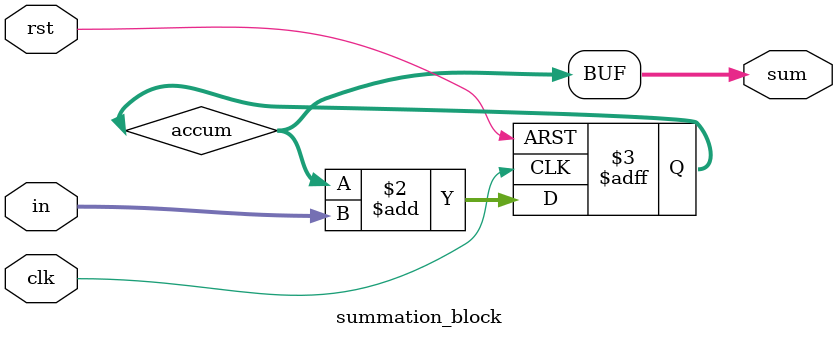
<source format=sv>
module summation_block #(
    parameter int N = 10000  // Number of samples to sum
)(
    input  logic        clk,   // Clock signal
    input  logic        rst,   // Reset signal
    input  logic signed [15:0] in, // Input value (I/Q component)
    output logic signed [31:0] sum  // Output summed value
);
    logic signed [31:0] accum;  // Accumulator

    always_ff @(posedge clk or posedge rst) begin
        if (rst)
            accum <= 0;
        // else if (/*sample period*/)
        else
            accum <= accum + in;
    end

    assign sum = accum;
endmodule

</source>
